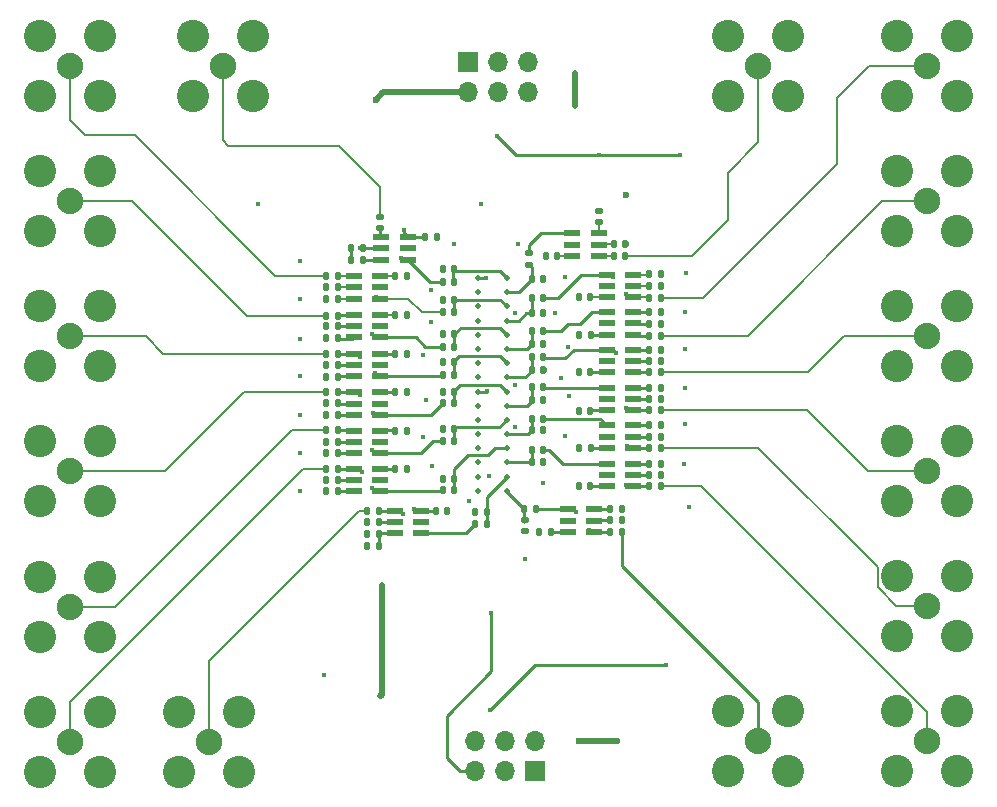
<source format=gbr>
%TF.GenerationSoftware,KiCad,Pcbnew,(6.0.1)*%
%TF.CreationDate,2022-02-22T23:19:08-05:00*%
%TF.ProjectId,sipm-linear-s14160,7369706d-2d6c-4696-9e65-61722d733134,rev?*%
%TF.SameCoordinates,Original*%
%TF.FileFunction,Copper,L1,Top*%
%TF.FilePolarity,Positive*%
%FSLAX46Y46*%
G04 Gerber Fmt 4.6, Leading zero omitted, Abs format (unit mm)*
G04 Created by KiCad (PCBNEW (6.0.1)) date 2022-02-22 23:19:08*
%MOMM*%
%LPD*%
G01*
G04 APERTURE LIST*
G04 Aperture macros list*
%AMRoundRect*
0 Rectangle with rounded corners*
0 $1 Rounding radius*
0 $2 $3 $4 $5 $6 $7 $8 $9 X,Y pos of 4 corners*
0 Add a 4 corners polygon primitive as box body*
4,1,4,$2,$3,$4,$5,$6,$7,$8,$9,$2,$3,0*
0 Add four circle primitives for the rounded corners*
1,1,$1+$1,$2,$3*
1,1,$1+$1,$4,$5*
1,1,$1+$1,$6,$7*
1,1,$1+$1,$8,$9*
0 Add four rect primitives between the rounded corners*
20,1,$1+$1,$2,$3,$4,$5,0*
20,1,$1+$1,$4,$5,$6,$7,0*
20,1,$1+$1,$6,$7,$8,$9,0*
20,1,$1+$1,$8,$9,$2,$3,0*%
G04 Aperture macros list end*
%TA.AperFunction,SMDPad,CuDef*%
%ADD10RoundRect,0.147500X-0.147500X-0.172500X0.147500X-0.172500X0.147500X0.172500X-0.147500X0.172500X0*%
%TD*%
%TA.AperFunction,SMDPad,CuDef*%
%ADD11RoundRect,0.147500X0.147500X0.172500X-0.147500X0.172500X-0.147500X-0.172500X0.147500X-0.172500X0*%
%TD*%
%TA.AperFunction,ComponentPad*%
%ADD12C,2.240000*%
%TD*%
%TA.AperFunction,ComponentPad*%
%ADD13C,2.740000*%
%TD*%
%TA.AperFunction,SMDPad,CuDef*%
%ADD14R,1.473200X0.558800*%
%TD*%
%TA.AperFunction,SMDPad,CuDef*%
%ADD15RoundRect,0.147500X0.172500X-0.147500X0.172500X0.147500X-0.172500X0.147500X-0.172500X-0.147500X0*%
%TD*%
%TA.AperFunction,SMDPad,CuDef*%
%ADD16C,0.500000*%
%TD*%
%TA.AperFunction,ComponentPad*%
%ADD17R,1.700000X1.700000*%
%TD*%
%TA.AperFunction,ComponentPad*%
%ADD18O,1.700000X1.700000*%
%TD*%
%TA.AperFunction,ViaPad*%
%ADD19C,0.450000*%
%TD*%
%TA.AperFunction,ViaPad*%
%ADD20C,0.600000*%
%TD*%
%TA.AperFunction,Conductor*%
%ADD21C,0.250000*%
%TD*%
%TA.AperFunction,Conductor*%
%ADD22C,0.200000*%
%TD*%
%TA.AperFunction,Conductor*%
%ADD23C,0.500000*%
%TD*%
%TA.AperFunction,Conductor*%
%ADD24C,0.150000*%
%TD*%
G04 APERTURE END LIST*
D10*
%TO.P,R35,1*%
%TO.N,/SipmPair3/IN2*%
X186915000Y-99100000D03*
%TO.P,R35,2*%
%TO.N,Net-(R35-Pad2)*%
X187885000Y-99100000D03*
%TD*%
D11*
%TO.P,R56,1*%
%TO.N,Net-(R54-Pad2)*%
X170485000Y-102090002D03*
%TO.P,R56,2*%
%TO.N,Net-(J9-Pad1)*%
X169515000Y-102090002D03*
%TD*%
%TO.P,R100,1*%
%TO.N,Net-(R100-Pad1)*%
X170485000Y-108550000D03*
%TO.P,R100,2*%
%TO.N,Net-(J15-Pad1)*%
X169515000Y-108550000D03*
%TD*%
%TO.P,R2,1*%
%TO.N,Net-(L1-Pad1)*%
X187885000Y-95400000D03*
%TO.P,R2,2*%
%TO.N,/SipmPair1/IN2*%
X186915000Y-95400000D03*
%TD*%
D10*
%TO.P,R90,1*%
%TO.N,Net-(L14-Pad1)*%
X179390000Y-109425000D03*
%TO.P,R90,2*%
%TO.N,/SipmPair6/IN1*%
X180360000Y-109425000D03*
%TD*%
%TO.P,C34,1*%
%TO.N,/VSSA2*%
X196877400Y-102630000D03*
%TO.P,C34,2*%
%TO.N,GND*%
X197847400Y-102630000D03*
%TD*%
D12*
%TO.P,J13,1,In*%
%TO.N,Net-(J13-Pad1)*%
X160740000Y-74470000D03*
D13*
%TO.P,J13,2,Ext*%
%TO.N,GND*%
X163280000Y-71930000D03*
X158200000Y-77010000D03*
X158200000Y-71930000D03*
X163280000Y-77010000D03*
%TD*%
D14*
%TO.P,U4,1*%
%TO.N,Net-(R29-Pad2)*%
X195480000Y-97200001D03*
%TO.P,U4,2,V-*%
%TO.N,VSSA*%
X195480000Y-96250000D03*
%TO.P,U4,3,+*%
%TO.N,Net-(C19-Pad1)*%
X195480000Y-95299999D03*
%TO.P,U4,4,-*%
%TO.N,Net-(R23-Pad2)*%
X193244800Y-95299999D03*
%TO.P,U4,5,~{DIS}*%
%TO.N,unconnected-(U4-Pad5)*%
X193244800Y-96250000D03*
%TO.P,U4,6,V+*%
%TO.N,VDDA*%
X193244800Y-97200001D03*
%TD*%
D12*
%TO.P,J6,1,In*%
%TO.N,Net-(J6-Pad1)*%
X220340000Y-97322000D03*
D13*
%TO.P,J6,2,Ext*%
%TO.N,GND*%
X217800000Y-99862000D03*
X217800000Y-94782000D03*
X222880000Y-94782000D03*
X222880000Y-99862000D03*
%TD*%
D11*
%TO.P,C36,1*%
%TO.N,Net-(C36-Pad1)*%
X170485000Y-104000000D03*
%TO.P,C36,2*%
%TO.N,GND*%
X169515000Y-104000000D03*
%TD*%
D12*
%TO.P,J8,1,In*%
%TO.N,Net-(J8-Pad1)*%
X220350000Y-108748000D03*
D13*
%TO.P,J8,2,Ext*%
%TO.N,GND*%
X217810000Y-111288000D03*
X222890000Y-111288000D03*
X217810000Y-106208000D03*
X222890000Y-106208000D03*
%TD*%
D11*
%TO.P,R77,1*%
%TO.N,Net-(L9-Pad1)*%
X187885000Y-105250000D03*
%TO.P,R77,2*%
%TO.N,/SipmPair5/IN2*%
X186915000Y-105250000D03*
%TD*%
D10*
%TO.P,R87,1*%
%TO.N,Net-(R85-Pad2)*%
X196877400Y-106790000D03*
%TO.P,R87,2*%
%TO.N,Net-(J10-Pad1)*%
X197847400Y-106790000D03*
%TD*%
D11*
%TO.P,C32,1*%
%TO.N,/VSSA2*%
X170485000Y-102990002D03*
%TO.P,C32,2*%
%TO.N,GND*%
X169515000Y-102990002D03*
%TD*%
%TO.P,R112,1*%
%TO.N,Net-(R110-Pad2)*%
X173950000Y-112100000D03*
%TO.P,R112,2*%
%TO.N,Net-(J17-Pad1)*%
X172980000Y-112100000D03*
%TD*%
%TO.P,R89,1*%
%TO.N,Net-(L13-Pad1)*%
X187885000Y-107950000D03*
%TO.P,R89,2*%
%TO.N,/SipmPair6/IN2*%
X186915000Y-107950000D03*
%TD*%
D12*
%TO.P,J9,1,In*%
%TO.N,Net-(J9-Pad1)*%
X147810000Y-108778000D03*
D13*
%TO.P,J9,2,Ext*%
%TO.N,GND*%
X145270000Y-106238000D03*
X145270000Y-111318000D03*
X150350000Y-106238000D03*
X150350000Y-111318000D03*
%TD*%
D11*
%TO.P,C7,1*%
%TO.N,Net-(C7-Pad1)*%
X170485000Y-94190002D03*
%TO.P,C7,2*%
%TO.N,GND*%
X169515000Y-94190002D03*
%TD*%
D10*
%TO.P,R111,1*%
%TO.N,Net-(R109-Pad2)*%
X193546001Y-113900000D03*
%TO.P,R111,2*%
%TO.N,Net-(J16-Pad1)*%
X194516001Y-113900000D03*
%TD*%
D11*
%TO.P,R5,1*%
%TO.N,/SipmPair1/IN1*%
X180360000Y-95300000D03*
%TO.P,R5,2*%
%TO.N,Net-(R11-Pad1)*%
X179390000Y-95300000D03*
%TD*%
D14*
%TO.P,U10,1*%
%TO.N,Net-(R85-Pad2)*%
X195480000Y-106780001D03*
%TO.P,U10,2,V-*%
%TO.N,/VSSA2*%
X195480000Y-105830000D03*
%TO.P,U10,3,+*%
%TO.N,Net-(C61-Pad1)*%
X195480000Y-104879999D03*
%TO.P,U10,4,-*%
%TO.N,Net-(R79-Pad2)*%
X193244800Y-104879999D03*
%TO.P,U10,5,~{DIS}*%
%TO.N,unconnected-(U10-Pad5)*%
X193244800Y-105830000D03*
%TO.P,U10,6,V+*%
%TO.N,/VDDA2*%
X193244800Y-106780001D03*
%TD*%
D11*
%TO.P,C20,1*%
%TO.N,Net-(C20-Pad1)*%
X170485000Y-97500000D03*
%TO.P,C20,2*%
%TO.N,GND*%
X169515000Y-97500000D03*
%TD*%
D14*
%TO.P,U3,1*%
%TO.N,Net-(R11-Pad2)*%
X171837200Y-92240001D03*
%TO.P,U3,2,V-*%
%TO.N,VSSA*%
X171837200Y-93190002D03*
%TO.P,U3,3,+*%
%TO.N,Net-(C7-Pad1)*%
X171837200Y-94140003D03*
%TO.P,U3,4,-*%
%TO.N,Net-(R11-Pad1)*%
X174072400Y-94140003D03*
%TO.P,U3,5,~{DIS}*%
%TO.N,unconnected-(U3-Pad5)*%
X174072400Y-93190002D03*
%TO.P,U3,6,V+*%
%TO.N,VDDA*%
X174072400Y-92240001D03*
%TD*%
D11*
%TO.P,C47,1*%
%TO.N,Net-(C47-Pad1)*%
X172585000Y-90840000D03*
%TO.P,C47,2*%
%TO.N,GND*%
X171615000Y-90840000D03*
%TD*%
D10*
%TO.P,C15,1*%
%TO.N,VDDA*%
X175340000Y-95500000D03*
%TO.P,C15,2*%
%TO.N,GND*%
X176310000Y-95500000D03*
%TD*%
D11*
%TO.P,R80,1*%
%TO.N,/SipmPair5/IN1*%
X180360000Y-106240000D03*
%TO.P,R80,2*%
%TO.N,Net-(R80-Pad2)*%
X179390000Y-106240000D03*
%TD*%
D15*
%TO.P,C46,1*%
%TO.N,Net-(C46-Pad1)*%
X192600000Y-87670000D03*
%TO.P,C46,2*%
%TO.N,GND*%
X192600000Y-86700000D03*
%TD*%
D11*
%TO.P,C23,1*%
%TO.N,VDDA*%
X191842400Y-100390000D03*
%TO.P,C23,2*%
%TO.N,GND*%
X190872400Y-100390000D03*
%TD*%
D10*
%TO.P,C2,1*%
%TO.N,VDDA*%
X175340000Y-92230002D03*
%TO.P,C2,2*%
%TO.N,GND*%
X176310000Y-92230002D03*
%TD*%
%TO.P,R91,1*%
%TO.N,/SipmPair6/IN2*%
X186915000Y-106925000D03*
%TO.P,R91,2*%
%TO.N,Net-(R91-Pad2)*%
X187885000Y-106925000D03*
%TD*%
D14*
%TO.P,U11,1*%
%TO.N,Net-(R86-Pad2)*%
X171837200Y-105309999D03*
%TO.P,U11,2,V-*%
%TO.N,/VSSA2*%
X171837200Y-106260000D03*
%TO.P,U11,3,+*%
%TO.N,Net-(C62-Pad1)*%
X171837200Y-107210001D03*
%TO.P,U11,4,-*%
%TO.N,Net-(R80-Pad2)*%
X174072400Y-107210001D03*
%TO.P,U11,5,~{DIS}*%
%TO.N,unconnected-(U11-Pad5)*%
X174072400Y-106260000D03*
%TO.P,U11,6,V+*%
%TO.N,/VDDA2*%
X174072400Y-105309999D03*
%TD*%
D11*
%TO.P,R13,1*%
%TO.N,Net-(R11-Pad2)*%
X170485000Y-92200000D03*
%TO.P,R13,2*%
%TO.N,Net-(J3-Pad1)*%
X169515000Y-92200000D03*
%TD*%
D10*
%TO.P,R12,1*%
%TO.N,Net-(R10-Pad2)*%
X196877400Y-94060000D03*
%TO.P,R12,2*%
%TO.N,Net-(J2-Pad1)*%
X197847400Y-94060000D03*
%TD*%
%TO.P,C6,1*%
%TO.N,Net-(C6-Pad1)*%
X196877400Y-92060000D03*
%TO.P,C6,2*%
%TO.N,GND*%
X197847400Y-92060000D03*
%TD*%
D11*
%TO.P,C78,1*%
%TO.N,Net-(C78-Pad1)*%
X173950000Y-114040000D03*
%TO.P,C78,2*%
%TO.N,GND*%
X172980000Y-114040000D03*
%TD*%
D14*
%TO.P,U14,1*%
%TO.N,Net-(R97-Pad2)*%
X195480000Y-110030001D03*
%TO.P,U14,2,V-*%
%TO.N,/VSSA2*%
X195480000Y-109080000D03*
%TO.P,U14,3,+*%
%TO.N,Net-(C69-Pad1)*%
X195480000Y-108129999D03*
%TO.P,U14,4,-*%
%TO.N,Net-(R91-Pad2)*%
X193244800Y-108129999D03*
%TO.P,U14,5,~{DIS}*%
%TO.N,unconnected-(U14-Pad5)*%
X193244800Y-109080000D03*
%TO.P,U14,6,V+*%
%TO.N,/VDDA2*%
X193244800Y-110030001D03*
%TD*%
D10*
%TO.P,R4,1*%
%TO.N,/SipmPair1/IN2*%
X186915000Y-94100000D03*
%TO.P,R4,2*%
%TO.N,Net-(R10-Pad1)*%
X187885000Y-94100000D03*
%TD*%
%TO.P,R102,1*%
%TO.N,Net-(L16-Pad1)*%
X182115000Y-112200000D03*
%TO.P,R102,2*%
%TO.N,/SipmPair7/IN1*%
X183085000Y-112200000D03*
%TD*%
D14*
%TO.P,U5,1*%
%TO.N,Net-(R30-Pad2)*%
X171837200Y-95523334D03*
%TO.P,U5,2,V-*%
%TO.N,VSSA*%
X171837200Y-96473335D03*
%TO.P,U5,3,+*%
%TO.N,Net-(C20-Pad1)*%
X171837200Y-97423336D03*
%TO.P,U5,4,-*%
%TO.N,Net-(R24-Pad2)*%
X174072400Y-97423336D03*
%TO.P,U5,5,~{DIS}*%
%TO.N,unconnected-(U5-Pad5)*%
X174072400Y-96473335D03*
%TO.P,U5,6,V+*%
%TO.N,VDDA*%
X174072400Y-95523334D03*
%TD*%
D10*
%TO.P,C18,1*%
%TO.N,VSSA*%
X196877400Y-96310000D03*
%TO.P,C18,2*%
%TO.N,GND*%
X197847400Y-96310000D03*
%TD*%
D11*
%TO.P,R88,1*%
%TO.N,Net-(R86-Pad2)*%
X170485000Y-105300000D03*
%TO.P,R88,2*%
%TO.N,Net-(J11-Pad1)*%
X169515000Y-105300000D03*
%TD*%
%TO.P,C74,1*%
%TO.N,/VSSA2*%
X173950000Y-113065000D03*
%TO.P,C74,2*%
%TO.N,GND*%
X172980000Y-113065000D03*
%TD*%
D10*
%TO.P,R72,1*%
%TO.N,Net-(R70-Pad2)*%
X193872053Y-90557053D03*
%TO.P,R72,2*%
%TO.N,Net-(J12-Pad1)*%
X194842053Y-90557053D03*
%TD*%
D12*
%TO.P,J2,1,In*%
%TO.N,Net-(J2-Pad1)*%
X220340000Y-74470000D03*
D13*
%TO.P,J2,2,Ext*%
%TO.N,GND*%
X222880000Y-77010000D03*
X222880000Y-71930000D03*
X217800000Y-71930000D03*
X217800000Y-77010000D03*
%TD*%
D14*
%TO.P,U16,1*%
%TO.N,Net-(R109-Pad2)*%
X192180001Y-113880001D03*
%TO.P,U16,2,V-*%
%TO.N,/VSSA2*%
X192180001Y-112930000D03*
%TO.P,U16,3,+*%
%TO.N,Net-(C77-Pad1)*%
X192180001Y-111979999D03*
%TO.P,U16,4,-*%
%TO.N,Net-(R103-Pad2)*%
X189944801Y-111979999D03*
%TO.P,U16,5,~{DIS}*%
%TO.N,unconnected-(U16-Pad5)*%
X189944801Y-112930000D03*
%TO.P,U16,6,V+*%
%TO.N,/VDDA2*%
X189944801Y-113880001D03*
%TD*%
D10*
%TO.P,R34,1*%
%TO.N,Net-(L6-Pad1)*%
X179390000Y-99510000D03*
%TO.P,R34,2*%
%TO.N,/SipmPair3/IN1*%
X180360000Y-99510000D03*
%TD*%
D11*
%TO.P,R44,1*%
%TO.N,Net-(R42-Pad2)*%
X170485000Y-98820002D03*
%TO.P,R44,2*%
%TO.N,Net-(J7-Pad1)*%
X169515000Y-98820002D03*
%TD*%
D10*
%TO.P,C5,1*%
%TO.N,VSSA*%
X196877400Y-93060000D03*
%TO.P,C5,2*%
%TO.N,GND*%
X197847400Y-93060000D03*
%TD*%
%TO.P,R103,1*%
%TO.N,/SipmPair7/IN2*%
X186296001Y-111936000D03*
%TO.P,R103,2*%
%TO.N,Net-(R103-Pad2)*%
X187266001Y-111936000D03*
%TD*%
D15*
%TO.P,R101,1*%
%TO.N,Net-(L15-Pad1)*%
X186331001Y-113861000D03*
%TO.P,R101,2*%
%TO.N,/SipmPair7/IN2*%
X186331001Y-112891000D03*
%TD*%
D11*
%TO.P,R33,1*%
%TO.N,Net-(L5-Pad1)*%
X187885000Y-100150000D03*
%TO.P,R33,2*%
%TO.N,/SipmPair3/IN2*%
X186915000Y-100150000D03*
%TD*%
D14*
%TO.P,U1,1*%
%TO.N,Net-(R10-Pad2)*%
X195480000Y-94010001D03*
%TO.P,U1,2,V-*%
%TO.N,VSSA*%
X195480000Y-93060000D03*
%TO.P,U1,3,+*%
%TO.N,Net-(C6-Pad1)*%
X195480000Y-92109999D03*
%TO.P,U1,4,-*%
%TO.N,Net-(R10-Pad1)*%
X193244800Y-92109999D03*
%TO.P,U1,5,~{DIS}*%
%TO.N,unconnected-(U1-Pad5)*%
X193244800Y-93060000D03*
%TO.P,U1,6,V+*%
%TO.N,VDDA*%
X193244800Y-94010001D03*
%TD*%
D10*
%TO.P,C77,1*%
%TO.N,Net-(C77-Pad1)*%
X193546001Y-111926000D03*
%TO.P,C77,2*%
%TO.N,GND*%
X194516001Y-111926000D03*
%TD*%
D11*
%TO.P,R32,1*%
%TO.N,Net-(R30-Pad2)*%
X170485000Y-95590002D03*
%TO.P,R32,2*%
%TO.N,Net-(J5-Pad1)*%
X169515000Y-95590002D03*
%TD*%
%TO.P,C44,1*%
%TO.N,VDDA*%
X189052053Y-90562053D03*
%TO.P,C44,2*%
%TO.N,GND*%
X188082053Y-90562053D03*
%TD*%
%TO.P,C58,1*%
%TO.N,/VSSA2*%
X170485000Y-106260000D03*
%TO.P,C58,2*%
%TO.N,GND*%
X169515000Y-106260000D03*
%TD*%
D12*
%TO.P,J5,1,In*%
%TO.N,Net-(J5-Pad1)*%
X147810000Y-85906000D03*
D13*
%TO.P,J5,2,Ext*%
%TO.N,GND*%
X150350000Y-88446000D03*
X150350000Y-83366000D03*
X145270000Y-83366000D03*
X145270000Y-88446000D03*
%TD*%
D11*
%TO.P,C3,1*%
%TO.N,VSSA*%
X170485000Y-93186055D03*
%TO.P,C3,2*%
%TO.N,GND*%
X169515000Y-93186055D03*
%TD*%
D10*
%TO.P,C35,1*%
%TO.N,Net-(C35-Pad1)*%
X196877400Y-101680000D03*
%TO.P,C35,2*%
%TO.N,GND*%
X197847400Y-101680000D03*
%TD*%
%TO.P,R63,1*%
%TO.N,Net-(L12-Pad1)*%
X179390000Y-91600000D03*
%TO.P,R63,2*%
%TO.N,/SipmPair/IN1*%
X180360000Y-91600000D03*
%TD*%
%TO.P,C25,1*%
%TO.N,VDDA*%
X175340000Y-98800000D03*
%TO.P,C25,2*%
%TO.N,GND*%
X176310000Y-98800000D03*
%TD*%
%TO.P,C45,1*%
%TO.N,VSSA*%
X193872053Y-89522054D03*
%TO.P,C45,2*%
%TO.N,GND*%
X194842053Y-89522054D03*
%TD*%
D11*
%TO.P,R36,1*%
%TO.N,/SipmPair3/IN1*%
X180360000Y-100610000D03*
%TO.P,R36,2*%
%TO.N,Net-(R36-Pad2)*%
X179390000Y-100610000D03*
%TD*%
D10*
%TO.P,C69,1*%
%TO.N,Net-(C69-Pad1)*%
X196877400Y-108155000D03*
%TO.P,C69,2*%
%TO.N,GND*%
X197847400Y-108155000D03*
%TD*%
D11*
%TO.P,C70,1*%
%TO.N,Net-(C70-Pad1)*%
X170485000Y-110450000D03*
%TO.P,C70,2*%
%TO.N,GND*%
X169515000Y-110450000D03*
%TD*%
D12*
%TO.P,J3,1,In*%
%TO.N,Net-(J3-Pad1)*%
X147810000Y-74470000D03*
D13*
%TO.P,J3,2,Ext*%
%TO.N,GND*%
X150350000Y-71930000D03*
X150350000Y-77010000D03*
X145270000Y-77010000D03*
X145270000Y-71930000D03*
%TD*%
D14*
%TO.P,U12,1*%
%TO.N,Net-(R70-Pad2)*%
X192574653Y-90522054D03*
%TO.P,U12,2,V-*%
%TO.N,VSSA*%
X192574653Y-89572053D03*
%TO.P,U12,3,+*%
%TO.N,Net-(C46-Pad1)*%
X192574653Y-88622052D03*
%TO.P,U12,4,-*%
%TO.N,Net-(R64-Pad2)*%
X190339453Y-88622052D03*
%TO.P,U12,5,~{DIS}*%
%TO.N,unconnected-(U12-Pad5)*%
X190339453Y-89572053D03*
%TO.P,U12,6,V+*%
%TO.N,VDDA*%
X190339453Y-90522054D03*
%TD*%
D10*
%TO.P,C60,1*%
%TO.N,/VSSA2*%
X196877400Y-105820000D03*
%TO.P,C60,2*%
%TO.N,GND*%
X197847400Y-105820000D03*
%TD*%
D11*
%TO.P,R104,1*%
%TO.N,/SipmPair7/IN1*%
X183085000Y-113200000D03*
%TO.P,R104,2*%
%TO.N,Net-(R104-Pad2)*%
X182115000Y-113200000D03*
%TD*%
%TO.P,C16,1*%
%TO.N,VSSA*%
X170485000Y-96500000D03*
%TO.P,C16,2*%
%TO.N,GND*%
X169515000Y-96500000D03*
%TD*%
%TO.P,R92,1*%
%TO.N,/SipmPair6/IN1*%
X180360000Y-110375000D03*
%TO.P,R92,2*%
%TO.N,Net-(R92-Pad2)*%
X179390000Y-110375000D03*
%TD*%
%TO.P,C65,1*%
%TO.N,/VDDA2*%
X191847400Y-110030000D03*
%TO.P,C65,2*%
%TO.N,GND*%
X190877400Y-110030000D03*
%TD*%
D14*
%TO.P,U17,1*%
%TO.N,Net-(R110-Pad2)*%
X175297400Y-112099999D03*
%TO.P,U17,2,V-*%
%TO.N,/VSSA2*%
X175297400Y-113050000D03*
%TO.P,U17,3,+*%
%TO.N,Net-(C78-Pad1)*%
X175297400Y-114000001D03*
%TO.P,U17,4,-*%
%TO.N,Net-(R104-Pad2)*%
X177532600Y-114000001D03*
%TO.P,U17,5,~{DIS}*%
%TO.N,unconnected-(U17-Pad5)*%
X177532600Y-113050000D03*
%TO.P,U17,6,V+*%
%TO.N,/VDDA2*%
X177532600Y-112099999D03*
%TD*%
D10*
%TO.P,R47,1*%
%TO.N,/SipmPair4/IN2*%
X186915000Y-101600000D03*
%TO.P,R47,2*%
%TO.N,Net-(R47-Pad2)*%
X187885000Y-101600000D03*
%TD*%
D14*
%TO.P,U13,1*%
%TO.N,Net-(R71-Pad2)*%
X174182400Y-88939999D03*
%TO.P,U13,2,V-*%
%TO.N,VSSA*%
X174182400Y-89890000D03*
%TO.P,U13,3,+*%
%TO.N,Net-(C47-Pad1)*%
X174182400Y-90840001D03*
%TO.P,U13,4,-*%
%TO.N,Net-(R65-Pad2)*%
X176417600Y-90840001D03*
%TO.P,U13,5,~{DIS}*%
%TO.N,unconnected-(U13-Pad5)*%
X176417600Y-89890000D03*
%TO.P,U13,6,V+*%
%TO.N,VDDA*%
X176417600Y-88939999D03*
%TD*%
D11*
%TO.P,C17,1*%
%TO.N,VDDA*%
X191892400Y-97230000D03*
%TO.P,C17,2*%
%TO.N,GND*%
X190922400Y-97230000D03*
%TD*%
D12*
%TO.P,J10,1,In*%
%TO.N,Net-(J10-Pad1)*%
X220370000Y-120174000D03*
D13*
%TO.P,J10,2,Ext*%
%TO.N,GND*%
X217830000Y-117634000D03*
X222910000Y-117634000D03*
X217830000Y-122714000D03*
X222910000Y-122714000D03*
%TD*%
D10*
%TO.P,C73,1*%
%TO.N,/VDDA2*%
X178787000Y-112090000D03*
%TO.P,C73,2*%
%TO.N,GND*%
X179757000Y-112090000D03*
%TD*%
%TO.P,R78,1*%
%TO.N,Net-(L10-Pad1)*%
X179390000Y-105210000D03*
%TO.P,R78,2*%
%TO.N,/SipmPair5/IN1*%
X180360000Y-105210000D03*
%TD*%
%TO.P,C19,1*%
%TO.N,Net-(C19-Pad1)*%
X196877400Y-95310000D03*
%TO.P,C19,2*%
%TO.N,GND*%
X197847400Y-95310000D03*
%TD*%
D12*
%TO.P,J4,1,In*%
%TO.N,Net-(J4-Pad1)*%
X220340000Y-85896000D03*
D13*
%TO.P,J4,2,Ext*%
%TO.N,GND*%
X217800000Y-83356000D03*
X222880000Y-83356000D03*
X222880000Y-88436000D03*
X217800000Y-88436000D03*
%TD*%
D11*
%TO.P,R62,1*%
%TO.N,Net-(L11-Pad1)*%
X187885000Y-92500000D03*
%TO.P,R62,2*%
%TO.N,/SipmPair/IN2*%
X186915000Y-92500000D03*
%TD*%
%TO.P,C26,1*%
%TO.N,VSSA*%
X170485000Y-99800000D03*
%TO.P,C26,2*%
%TO.N,GND*%
X169515000Y-99800000D03*
%TD*%
D14*
%TO.P,U8,1*%
%TO.N,Net-(R53-Pad2)*%
X195480000Y-103580001D03*
%TO.P,U8,2,V-*%
%TO.N,/VSSA2*%
X195480000Y-102630000D03*
%TO.P,U8,3,+*%
%TO.N,Net-(C35-Pad1)*%
X195480000Y-101679999D03*
%TO.P,U8,4,-*%
%TO.N,Net-(R47-Pad2)*%
X193244800Y-101679999D03*
%TO.P,U8,5,~{DIS}*%
%TO.N,unconnected-(U8-Pad5)*%
X193244800Y-102630000D03*
%TO.P,U8,6,V+*%
%TO.N,/VDDA2*%
X193244800Y-103580001D03*
%TD*%
D10*
%TO.P,C66,1*%
%TO.N,/VSSA2*%
X196877400Y-109080000D03*
%TO.P,C66,2*%
%TO.N,GND*%
X197847400Y-109080000D03*
%TD*%
D16*
%TO.P,U2,1,1K*%
%TO.N,Net-(C1-Pad1)*%
X182390000Y-92410000D03*
%TO.P,U2,2,1A*%
%TO.N,/SipmPair/IN1*%
X184790000Y-92410000D03*
%TO.P,U2,3,2K*%
%TO.N,unconnected-(U2-Pad3)*%
X182390000Y-93610000D03*
%TO.P,U2,4,2A*%
%TO.N,/SipmPair/IN2*%
X184790000Y-93610000D03*
%TO.P,U2,5,3K*%
%TO.N,unconnected-(U2-Pad5)*%
X182390000Y-94810000D03*
%TO.P,U2,6,3A*%
%TO.N,/SipmPair1/IN1*%
X184790000Y-94810000D03*
%TO.P,U2,7,4K*%
%TO.N,unconnected-(U2-Pad7)*%
X182390000Y-96010000D03*
%TO.P,U2,8,4A*%
%TO.N,/SipmPair1/IN2*%
X184790000Y-96010000D03*
%TO.P,U2,9,5K*%
%TO.N,unconnected-(U2-Pad9)*%
X182390000Y-97210000D03*
%TO.P,U2,10,5A*%
%TO.N,/SipmPair2/IN1*%
X184790000Y-97210000D03*
%TO.P,U2,11,6K*%
%TO.N,unconnected-(U2-Pad11)*%
X182390000Y-98410000D03*
%TO.P,U2,12,6A*%
%TO.N,/SipmPair2/IN2*%
X184790000Y-98410000D03*
%TO.P,U2,13,7K*%
%TO.N,unconnected-(U2-Pad13)*%
X182390000Y-99610000D03*
%TO.P,U2,14,7A*%
%TO.N,/SipmPair3/IN1*%
X184790000Y-99610000D03*
%TO.P,U2,15,8K*%
%TO.N,unconnected-(U2-Pad15)*%
X182390000Y-100810000D03*
%TO.P,U2,16,8A*%
%TO.N,/SipmPair3/IN2*%
X184790000Y-100810000D03*
%TO.P,U2,17,9K*%
%TO.N,Net-(C14-Pad1)*%
X182390000Y-102010000D03*
%TO.P,U2,18,9A*%
%TO.N,/SipmPair4/IN1*%
X184790000Y-102010000D03*
%TO.P,U2,19,10K*%
%TO.N,unconnected-(U2-Pad19)*%
X182390000Y-103210000D03*
%TO.P,U2,20,10A*%
%TO.N,/SipmPair4/IN2*%
X184790000Y-103210000D03*
%TO.P,U2,21,11K*%
%TO.N,unconnected-(U2-Pad21)*%
X182390000Y-104410000D03*
%TO.P,U2,22,11A*%
%TO.N,/SipmPair5/IN1*%
X184790000Y-104410000D03*
%TO.P,U2,23,12K*%
%TO.N,unconnected-(U2-Pad23)*%
X182390000Y-105610000D03*
%TO.P,U2,24,12A*%
%TO.N,/SipmPair5/IN2*%
X184790000Y-105610000D03*
%TO.P,U2,25,13K*%
%TO.N,unconnected-(U2-Pad25)*%
X182390000Y-106810000D03*
%TO.P,U2,26,13A*%
%TO.N,/SipmPair6/IN1*%
X184790000Y-106810000D03*
%TO.P,U2,27,14K*%
%TO.N,unconnected-(U2-Pad27)*%
X182390000Y-108010000D03*
%TO.P,U2,28,14A*%
%TO.N,/SipmPair6/IN2*%
X184790000Y-108010000D03*
%TO.P,U2,29,15K*%
%TO.N,unconnected-(U2-Pad29)*%
X182390000Y-109210000D03*
%TO.P,U2,30,15A*%
%TO.N,/SipmPair7/IN1*%
X184790000Y-109210000D03*
%TO.P,U2,31,16K*%
%TO.N,unconnected-(U2-Pad31)*%
X182390000Y-110410000D03*
%TO.P,U2,32,16A*%
%TO.N,/SipmPair7/IN2*%
X184790000Y-110410000D03*
%TD*%
D10*
%TO.P,R23,1*%
%TO.N,/SipmPair2/IN2*%
X186915000Y-96900000D03*
%TO.P,R23,2*%
%TO.N,Net-(R23-Pad2)*%
X187885000Y-96900000D03*
%TD*%
D12*
%TO.P,J16,1,In*%
%TO.N,Net-(J16-Pad1)*%
X206100000Y-131600000D03*
D13*
%TO.P,J16,2,Ext*%
%TO.N,GND*%
X203560000Y-129060000D03*
X208640000Y-129060000D03*
X208640000Y-134140000D03*
X203560000Y-134140000D03*
%TD*%
D10*
%TO.P,C57,1*%
%TO.N,/VDDA2*%
X175340000Y-105310000D03*
%TO.P,C57,2*%
%TO.N,GND*%
X176310000Y-105310000D03*
%TD*%
D14*
%TO.P,U9,1*%
%TO.N,Net-(R54-Pad2)*%
X171837200Y-102090000D03*
%TO.P,U9,2,V-*%
%TO.N,/VSSA2*%
X171837200Y-103040001D03*
%TO.P,U9,3,+*%
%TO.N,Net-(C36-Pad1)*%
X171837200Y-103990002D03*
%TO.P,U9,4,-*%
%TO.N,Net-(R48-Pad2)*%
X174072400Y-103990002D03*
%TO.P,U9,5,~{DIS}*%
%TO.N,unconnected-(U9-Pad5)*%
X174072400Y-103040001D03*
%TO.P,U9,6,V+*%
%TO.N,/VDDA2*%
X174072400Y-102090000D03*
%TD*%
D10*
%TO.P,C27,1*%
%TO.N,Net-(C27-Pad1)*%
X196877400Y-98490000D03*
%TO.P,C27,2*%
%TO.N,GND*%
X197847400Y-98490000D03*
%TD*%
D12*
%TO.P,J11,1,In*%
%TO.N,Net-(J11-Pad1)*%
X147810000Y-120214000D03*
D13*
%TO.P,J11,2,Ext*%
%TO.N,GND*%
X145270000Y-117674000D03*
X150350000Y-117674000D03*
X145270000Y-122754000D03*
X150350000Y-122754000D03*
%TD*%
D12*
%TO.P,J14,1,In*%
%TO.N,Net-(J14-Pad1)*%
X220370000Y-131600000D03*
D13*
%TO.P,J14,2,Ext*%
%TO.N,GND*%
X222910000Y-129060000D03*
X222910000Y-134140000D03*
X217830000Y-129060000D03*
X217830000Y-134140000D03*
%TD*%
D10*
%TO.P,C24,1*%
%TO.N,VSSA*%
X196877400Y-99430000D03*
%TO.P,C24,2*%
%TO.N,GND*%
X197847400Y-99430000D03*
%TD*%
%TO.P,R108,1*%
%TO.N,GND*%
X172980000Y-115090000D03*
%TO.P,R108,2*%
%TO.N,Net-(C78-Pad1)*%
X173950000Y-115090000D03*
%TD*%
D12*
%TO.P,J17,1,In*%
%TO.N,Net-(J17-Pad1)*%
X159550000Y-131650000D03*
D13*
%TO.P,J17,2,Ext*%
%TO.N,GND*%
X157010000Y-134190000D03*
X162090000Y-134190000D03*
X157010000Y-129110000D03*
X162090000Y-129110000D03*
%TD*%
D10*
%TO.P,C61,1*%
%TO.N,Net-(C61-Pad1)*%
X196877400Y-104880000D03*
%TO.P,C61,2*%
%TO.N,GND*%
X197847400Y-104880000D03*
%TD*%
%TO.P,C31,1*%
%TO.N,/VDDA2*%
X175340000Y-102090002D03*
%TO.P,C31,2*%
%TO.N,GND*%
X176310000Y-102090002D03*
%TD*%
D15*
%TO.P,R64,1*%
%TO.N,/SipmPair/IN2*%
X186700000Y-91285000D03*
%TO.P,R64,2*%
%TO.N,Net-(R64-Pad2)*%
X186700000Y-90315000D03*
%TD*%
D11*
%TO.P,R48,1*%
%TO.N,/SipmPair4/IN1*%
X180360000Y-103010000D03*
%TO.P,R48,2*%
%TO.N,Net-(R48-Pad2)*%
X179390000Y-103010000D03*
%TD*%
D10*
%TO.P,C76,1*%
%TO.N,/VSSA2*%
X193546001Y-112900000D03*
%TO.P,C76,2*%
%TO.N,GND*%
X194516001Y-112900000D03*
%TD*%
%TO.P,C42,1*%
%TO.N,VDDA*%
X177915000Y-88940000D03*
%TO.P,C42,2*%
%TO.N,GND*%
X178885000Y-88940000D03*
%TD*%
D12*
%TO.P,J12,1,In*%
%TO.N,Net-(J12-Pad1)*%
X206100000Y-74420000D03*
D13*
%TO.P,J12,2,Ext*%
%TO.N,GND*%
X203560000Y-76960000D03*
X203560000Y-71880000D03*
X208640000Y-76960000D03*
X208640000Y-71880000D03*
%TD*%
D11*
%TO.P,C28,1*%
%TO.N,Net-(C28-Pad1)*%
X170485000Y-100740002D03*
%TO.P,C28,2*%
%TO.N,GND*%
X169515000Y-100740002D03*
%TD*%
D10*
%TO.P,R55,1*%
%TO.N,Net-(R53-Pad2)*%
X196877400Y-103580000D03*
%TO.P,R55,2*%
%TO.N,Net-(J8-Pad1)*%
X197847400Y-103580000D03*
%TD*%
%TO.P,R43,1*%
%TO.N,Net-(R41-Pad2)*%
X196877400Y-100390000D03*
%TO.P,R43,2*%
%TO.N,Net-(J6-Pad1)*%
X197847400Y-100390000D03*
%TD*%
D12*
%TO.P,J15,1,In*%
%TO.N,Net-(J15-Pad1)*%
X147810000Y-131650000D03*
D13*
%TO.P,J15,2,Ext*%
%TO.N,GND*%
X150350000Y-134190000D03*
X145270000Y-129110000D03*
X145270000Y-134190000D03*
X150350000Y-129110000D03*
%TD*%
D11*
%TO.P,C43,1*%
%TO.N,VSSA*%
X172585000Y-89840000D03*
%TO.P,C43,2*%
%TO.N,GND*%
X171615000Y-89840000D03*
%TD*%
D15*
%TO.P,R73,1*%
%TO.N,Net-(R71-Pad2)*%
X174100000Y-88185000D03*
%TO.P,R73,2*%
%TO.N,Net-(J13-Pad1)*%
X174100000Y-87215000D03*
%TD*%
D11*
%TO.P,C4,1*%
%TO.N,VDDA*%
X191872400Y-94030000D03*
%TO.P,C4,2*%
%TO.N,GND*%
X190902400Y-94030000D03*
%TD*%
%TO.P,R45,1*%
%TO.N,Net-(L7-Pad1)*%
X187885000Y-102700000D03*
%TO.P,R45,2*%
%TO.N,/SipmPair4/IN2*%
X186915000Y-102700000D03*
%TD*%
D10*
%TO.P,R79,1*%
%TO.N,/SipmPair5/IN2*%
X186915000Y-104300000D03*
%TO.P,R79,2*%
%TO.N,Net-(R79-Pad2)*%
X187885000Y-104300000D03*
%TD*%
D11*
%TO.P,C68,1*%
%TO.N,/VSSA2*%
X170485000Y-109500000D03*
%TO.P,C68,2*%
%TO.N,GND*%
X169515000Y-109500000D03*
%TD*%
D10*
%TO.P,R22,1*%
%TO.N,Net-(L4-Pad1)*%
X179390000Y-97160000D03*
%TO.P,R22,2*%
%TO.N,/SipmPair2/IN1*%
X180360000Y-97160000D03*
%TD*%
D14*
%TO.P,U7,1*%
%TO.N,Net-(R42-Pad2)*%
X171837200Y-98806667D03*
%TO.P,U7,2,V-*%
%TO.N,VSSA*%
X171837200Y-99756668D03*
%TO.P,U7,3,+*%
%TO.N,Net-(C28-Pad1)*%
X171837200Y-100706669D03*
%TO.P,U7,4,-*%
%TO.N,Net-(R36-Pad2)*%
X174072400Y-100706669D03*
%TO.P,U7,5,~{DIS}*%
%TO.N,unconnected-(U7-Pad5)*%
X174072400Y-99756668D03*
%TO.P,U7,6,V+*%
%TO.N,VDDA*%
X174072400Y-98806667D03*
%TD*%
%TO.P,U15,1*%
%TO.N,Net-(R100-Pad1)*%
X171837200Y-108549999D03*
%TO.P,U15,2,V-*%
%TO.N,/VSSA2*%
X171837200Y-109500000D03*
%TO.P,U15,3,+*%
%TO.N,Net-(C70-Pad1)*%
X171837200Y-110450001D03*
%TO.P,U15,4,-*%
%TO.N,Net-(R92-Pad2)*%
X174072400Y-110450001D03*
%TO.P,U15,5,~{DIS}*%
%TO.N,unconnected-(U15-Pad5)*%
X174072400Y-109500000D03*
%TO.P,U15,6,V+*%
%TO.N,/VDDA2*%
X174072400Y-108549999D03*
%TD*%
D11*
%TO.P,R65,1*%
%TO.N,/SipmPair/IN1*%
X180360000Y-92700000D03*
%TO.P,R65,2*%
%TO.N,Net-(R65-Pad2)*%
X179390000Y-92700000D03*
%TD*%
D10*
%TO.P,R3,1*%
%TO.N,Net-(L2-Pad1)*%
X179390000Y-94300000D03*
%TO.P,R3,2*%
%TO.N,/SipmPair1/IN1*%
X180360000Y-94300000D03*
%TD*%
D12*
%TO.P,J7,1,In*%
%TO.N,Net-(J7-Pad1)*%
X147810000Y-97342000D03*
D13*
%TO.P,J7,2,Ext*%
%TO.N,GND*%
X150350000Y-99882000D03*
X150350000Y-94802000D03*
X145270000Y-94802000D03*
X145270000Y-99882000D03*
%TD*%
D11*
%TO.P,C62,1*%
%TO.N,Net-(C62-Pad1)*%
X170485000Y-107210000D03*
%TO.P,C62,2*%
%TO.N,GND*%
X169515000Y-107210000D03*
%TD*%
D14*
%TO.P,U6,1*%
%TO.N,Net-(R41-Pad2)*%
X195480000Y-100390001D03*
%TO.P,U6,2,V-*%
%TO.N,VSSA*%
X195480000Y-99440000D03*
%TO.P,U6,3,+*%
%TO.N,Net-(C27-Pad1)*%
X195480000Y-98489999D03*
%TO.P,U6,4,-*%
%TO.N,Net-(R35-Pad2)*%
X193244800Y-98489999D03*
%TO.P,U6,5,~{DIS}*%
%TO.N,unconnected-(U6-Pad5)*%
X193244800Y-99440000D03*
%TO.P,U6,6,V+*%
%TO.N,VDDA*%
X193244800Y-100390001D03*
%TD*%
D11*
%TO.P,C75,1*%
%TO.N,/VDDA2*%
X188516001Y-113876000D03*
%TO.P,C75,2*%
%TO.N,GND*%
X187546001Y-113876000D03*
%TD*%
D10*
%TO.P,C67,1*%
%TO.N,/VDDA2*%
X175340000Y-108550000D03*
%TO.P,C67,2*%
%TO.N,GND*%
X176310000Y-108550000D03*
%TD*%
D11*
%TO.P,R21,1*%
%TO.N,Net-(L3-Pad1)*%
X187885000Y-98000000D03*
%TO.P,R21,2*%
%TO.N,/SipmPair2/IN2*%
X186915000Y-98000000D03*
%TD*%
%TO.P,R24,1*%
%TO.N,/SipmPair2/IN1*%
X180360000Y-98260000D03*
%TO.P,R24,2*%
%TO.N,Net-(R24-Pad2)*%
X179390000Y-98260000D03*
%TD*%
D10*
%TO.P,R46,1*%
%TO.N,Net-(L8-Pad1)*%
X179390000Y-102010000D03*
%TO.P,R46,2*%
%TO.N,/SipmPair4/IN1*%
X180360000Y-102010000D03*
%TD*%
D11*
%TO.P,C59,1*%
%TO.N,/VDDA2*%
X191892400Y-106780000D03*
%TO.P,C59,2*%
%TO.N,GND*%
X190922400Y-106780000D03*
%TD*%
D10*
%TO.P,R31,1*%
%TO.N,Net-(R29-Pad2)*%
X196877400Y-97310000D03*
%TO.P,R31,2*%
%TO.N,Net-(J4-Pad1)*%
X197847400Y-97310000D03*
%TD*%
%TO.P,R99,1*%
%TO.N,Net-(R97-Pad2)*%
X196877400Y-110030000D03*
%TO.P,R99,2*%
%TO.N,Net-(J14-Pad1)*%
X197847400Y-110030000D03*
%TD*%
D11*
%TO.P,C33,1*%
%TO.N,/VDDA2*%
X191872400Y-103630000D03*
%TO.P,C33,2*%
%TO.N,GND*%
X190902400Y-103630000D03*
%TD*%
D17*
%TO.P,J18,1,Pin_1*%
%TO.N,unconnected-(J18-Pad1)*%
X187200000Y-134100000D03*
D18*
%TO.P,J18,2,Pin_2*%
%TO.N,/VSSA2*%
X187200000Y-131560000D03*
%TO.P,J18,3,Pin_3*%
%TO.N,/VDDA2*%
X184660000Y-134100000D03*
%TO.P,J18,4,Pin_4*%
%TO.N,/LINE2*%
X184660000Y-131560000D03*
%TO.P,J18,5,Pin_5*%
%TO.N,/VBias2*%
X182120000Y-134100000D03*
%TO.P,J18,6,Pin_6*%
%TO.N,GND*%
X182120000Y-131560000D03*
%TD*%
D17*
%TO.P,J1,1,Pin_1*%
%TO.N,unconnected-(J1-Pad1)*%
X181475000Y-74125000D03*
D18*
%TO.P,J1,2,Pin_2*%
%TO.N,VSSA*%
X181475000Y-76665000D03*
%TO.P,J1,3,Pin_3*%
%TO.N,VDDA*%
X184015000Y-74125000D03*
%TO.P,J1,4,Pin_4*%
%TO.N,LINE*%
X184015000Y-76665000D03*
%TO.P,J1,5,Pin_5*%
%TO.N,/VBias*%
X186555000Y-74125000D03*
%TO.P,J1,6,Pin_6*%
%TO.N,GND*%
X186555000Y-76665000D03*
%TD*%
D19*
%TO.N,GND*%
X190937400Y-97255000D03*
X176300000Y-102000000D03*
X192600000Y-86700000D03*
X178400000Y-93400000D03*
X197800000Y-92030000D03*
X172990000Y-114040000D03*
X185530000Y-105004000D03*
X178450000Y-108350000D03*
X190860000Y-110080000D03*
X169500000Y-100700000D03*
X169500000Y-97600000D03*
X190897400Y-103630000D03*
X177700000Y-105850000D03*
X194500000Y-112900000D03*
X169500000Y-109500000D03*
X186331001Y-116176000D03*
X197837400Y-102680000D03*
X181600000Y-111250000D03*
X185784000Y-89510000D03*
X189420000Y-100880000D03*
X185530000Y-95352000D03*
X180300000Y-89500000D03*
X169500000Y-107200000D03*
X197887400Y-101755000D03*
X169400000Y-106300000D03*
X187850000Y-109730000D03*
X189940000Y-98230000D03*
X172940000Y-113090000D03*
X178885000Y-88940000D03*
X178400000Y-96100000D03*
X197787400Y-95330000D03*
X190050000Y-102420000D03*
X185530000Y-101448000D03*
X169500000Y-104000000D03*
X176300000Y-92200000D03*
X189700000Y-92300000D03*
X187531001Y-113876000D03*
X169400000Y-103000000D03*
X171615000Y-90785000D03*
X179740000Y-112090000D03*
X188900000Y-95400000D03*
X176400000Y-95500000D03*
X197887400Y-105780000D03*
X197862400Y-98530000D03*
X176300000Y-108500000D03*
X188157053Y-90557053D03*
X197862400Y-109080000D03*
X176400000Y-105300000D03*
X171600000Y-89800000D03*
X197837400Y-99430000D03*
X190887400Y-94030000D03*
X189750000Y-105790000D03*
X177700000Y-98950000D03*
X190940000Y-106770000D03*
X197887400Y-96330000D03*
X169500000Y-93200000D03*
X176400000Y-98800000D03*
X177950000Y-102750000D03*
X169500000Y-94200000D03*
X169500000Y-110450000D03*
X194500000Y-111900000D03*
X197887400Y-93100000D03*
X169400000Y-99800000D03*
X190890000Y-100400000D03*
X197812400Y-108180000D03*
X197837400Y-104830000D03*
X169400000Y-96500000D03*
X194957053Y-89557053D03*
X172990000Y-115090000D03*
%TO.N,Net-(C7-Pad1)*%
X170500000Y-94165002D03*
%TO.N,VDDA*%
X191887400Y-94030000D03*
X175400000Y-98800000D03*
X191892400Y-97230000D03*
X175250000Y-92250000D03*
X175400000Y-95500000D03*
X190600000Y-75050000D03*
X190600000Y-77800000D03*
X191842400Y-100390000D03*
X189800000Y-90557053D03*
X176100000Y-88300000D03*
%TO.N,VSSA*%
X196887400Y-96330000D03*
X196887400Y-93030000D03*
X196887400Y-99405000D03*
X170400000Y-99800000D03*
X193872053Y-89522054D03*
D20*
X173700000Y-77300000D03*
D19*
X172350000Y-89840000D03*
D20*
X194900000Y-85400000D03*
D19*
X170400000Y-96500000D03*
X170500000Y-93200000D03*
%TO.N,Net-(L1-Pad1)*%
X187870000Y-95400000D03*
%TO.N,Net-(C6-Pad1)*%
X196802400Y-92060000D03*
%TO.N,Net-(L2-Pad1)*%
X179400000Y-94300000D03*
%TO.N,/VBias*%
X182600000Y-86150000D03*
%TO.N,LINE*%
X199900000Y-98400000D03*
X167300000Y-100700000D03*
X167300000Y-97600000D03*
X200000000Y-92000000D03*
X163700000Y-86100000D03*
X167300000Y-94200000D03*
X184000000Y-80400000D03*
X192600000Y-82000000D03*
X199500000Y-82000000D03*
X167300000Y-91000000D03*
X199900000Y-95300000D03*
%TO.N,Net-(C46-Pad1)*%
X192600000Y-87700000D03*
%TO.N,Net-(C47-Pad1)*%
X172572500Y-90927500D03*
%TO.N,Net-(L11-Pad1)*%
X187920000Y-92540000D03*
%TO.N,Net-(L12-Pad1)*%
X179400000Y-91600000D03*
%TO.N,Net-(C1-Pad1)*%
X183000000Y-92400000D03*
%TO.N,Net-(C19-Pad1)*%
X196877400Y-95310000D03*
%TO.N,Net-(C20-Pad1)*%
X170500000Y-97600000D03*
%TO.N,Net-(L3-Pad1)*%
X187900000Y-98000000D03*
%TO.N,Net-(L4-Pad1)*%
X179400000Y-97200000D03*
%TO.N,Net-(C27-Pad1)*%
X196877400Y-98490000D03*
%TO.N,Net-(C28-Pad1)*%
X170485000Y-100740002D03*
%TO.N,Net-(L5-Pad1)*%
X188030000Y-100170000D03*
%TO.N,Net-(L6-Pad1)*%
X179350000Y-99500000D03*
%TO.N,Net-(C14-Pad1)*%
X183100000Y-102000000D03*
%TO.N,Net-(C35-Pad1)*%
X196847400Y-101720000D03*
%TO.N,Net-(C36-Pad1)*%
X170500000Y-104000000D03*
%TO.N,Net-(L7-Pad1)*%
X187940000Y-102670000D03*
%TO.N,Net-(L8-Pad1)*%
X179400000Y-102000000D03*
%TO.N,Net-(C61-Pad1)*%
X196877400Y-104880000D03*
%TO.N,Net-(C62-Pad1)*%
X170485000Y-107210000D03*
%TO.N,Net-(L9-Pad1)*%
X187880000Y-105250000D03*
%TO.N,Net-(L10-Pad1)*%
X179400000Y-105200000D03*
%TO.N,Net-(C69-Pad1)*%
X196852399Y-108129999D03*
%TO.N,Net-(C70-Pad1)*%
X170485000Y-110450000D03*
%TO.N,Net-(L13-Pad1)*%
X187890000Y-107950000D03*
%TO.N,Net-(L14-Pad1)*%
X179400000Y-109450000D03*
%TO.N,Net-(C77-Pad1)*%
X193546001Y-111926000D03*
%TO.N,Net-(C78-Pad1)*%
X173950000Y-115090000D03*
%TO.N,Net-(L15-Pad1)*%
X186331001Y-113876000D03*
%TO.N,Net-(L16-Pad1)*%
X182100000Y-112200000D03*
%TO.N,/VBias2*%
X183500000Y-120800000D03*
X183250000Y-109150000D03*
%TO.N,/VSSA2*%
X196912400Y-109080000D03*
D20*
X190900000Y-131600000D03*
D19*
X170400000Y-103000000D03*
X170400000Y-109500000D03*
X196837400Y-105830000D03*
X193546001Y-112900000D03*
X173957500Y-113057500D03*
D20*
X194100000Y-131600000D03*
D19*
X196912400Y-102655000D03*
X170400000Y-106300000D03*
%TO.N,/VDDA2*%
X191847400Y-110030000D03*
X174100000Y-127800000D03*
X175400000Y-105300000D03*
X176900000Y-111950000D03*
X191892400Y-106780000D03*
X190431001Y-113876000D03*
X191914900Y-103587500D03*
X174200000Y-118400000D03*
X175300000Y-108500000D03*
X175400000Y-102100000D03*
%TO.N,/LINE2*%
X199900000Y-104800000D03*
X167300000Y-104000000D03*
X198300000Y-125200000D03*
X183400000Y-129000000D03*
X167300000Y-107200000D03*
X200200000Y-111800000D03*
X167300000Y-110400000D03*
X199892400Y-101700000D03*
X199805000Y-108150000D03*
X169300000Y-126000000D03*
%TO.N,Net-(R10-Pad1)*%
X193787400Y-92330000D03*
%TO.N,Net-(R11-Pad1)*%
X173700000Y-94000000D03*
%TO.N,Net-(R10-Pad2)*%
X194887400Y-93763902D03*
%TO.N,Net-(R11-Pad2)*%
X172000000Y-92300000D03*
%TO.N,Net-(R23-Pad2)*%
X193700000Y-95400000D03*
%TO.N,Net-(R24-Pad2)*%
X173400000Y-97177237D03*
%TO.N,Net-(R29-Pad2)*%
X194987400Y-97130000D03*
%TO.N,Net-(R30-Pad2)*%
X172200000Y-95600000D03*
%TO.N,Net-(R35-Pad2)*%
X194062367Y-98743891D03*
%TO.N,Net-(R36-Pad2)*%
X173600000Y-100460570D03*
%TO.N,Net-(R41-Pad2)*%
X194937400Y-100280000D03*
%TO.N,Net-(R42-Pad2)*%
X172400000Y-99052766D03*
%TO.N,Net-(R47-Pad2)*%
X193727400Y-101800000D03*
%TO.N,Net-(R48-Pad2)*%
X173500000Y-103800000D03*
%TO.N,Net-(R53-Pad2)*%
X194867400Y-103440000D03*
%TO.N,Net-(R54-Pad2)*%
X172400000Y-102336099D03*
%TO.N,Net-(R64-Pad2)*%
X190657053Y-88622052D03*
%TO.N,Net-(R65-Pad2)*%
X175800000Y-90700000D03*
%TO.N,Net-(R70-Pad2)*%
X192257053Y-90557053D03*
%TO.N,Net-(R71-Pad2)*%
X174182400Y-88939999D03*
%TO.N,Net-(R79-Pad2)*%
X193630000Y-104950000D03*
%TO.N,Net-(R80-Pad2)*%
X173350000Y-106963902D03*
%TO.N,Net-(R85-Pad2)*%
X194940000Y-106620000D03*
%TO.N,Net-(R86-Pad2)*%
X172150000Y-105350000D03*
%TO.N,Net-(R91-Pad2)*%
X193830000Y-108270000D03*
%TO.N,Net-(R92-Pad2)*%
X173350000Y-110203902D03*
%TO.N,Net-(R97-Pad2)*%
X194930000Y-109930000D03*
%TO.N,Net-(R100-Pad1)*%
X172557053Y-108796098D03*
%TO.N,Net-(R103-Pad2)*%
X190631001Y-112176000D03*
%TO.N,Net-(R104-Pad2)*%
X177040000Y-113940000D03*
%TO.N,Net-(R109-Pad2)*%
X191731001Y-113776000D03*
%TO.N,Net-(R110-Pad2)*%
X175972053Y-112346098D03*
%TD*%
D21*
%TO.N,GND*%
X171615000Y-90785000D02*
X171615000Y-89840000D01*
D22*
%TO.N,Net-(C7-Pad1)*%
X171837200Y-94140003D02*
X170434999Y-94140003D01*
D21*
%TO.N,VDDA*%
X176100000Y-88300000D02*
X176100000Y-88622399D01*
D23*
X190600000Y-75050000D02*
X190600000Y-77800000D01*
D21*
X193244800Y-100390001D02*
X191842400Y-100390000D01*
X176100000Y-88622399D02*
X176417600Y-88939999D01*
D22*
X189052053Y-90562053D02*
X190152053Y-90562053D01*
D21*
X191892400Y-97230000D02*
X193214801Y-97230000D01*
D22*
X191887400Y-94030000D02*
X193174801Y-94030000D01*
D21*
X174072400Y-98806667D02*
X175333333Y-98806667D01*
D22*
X175237400Y-92230002D02*
X174082399Y-92230002D01*
X175415000Y-95500000D02*
X174095734Y-95500000D01*
D21*
X177915000Y-88940000D02*
X176417600Y-88939999D01*
D23*
%TO.N,VSSA*%
X173700000Y-77300000D02*
X174335000Y-76665000D01*
D21*
X195480000Y-99440000D02*
X196867400Y-99440000D01*
D22*
X193872053Y-89522054D02*
X192624652Y-89522054D01*
D21*
X171837200Y-96473335D02*
X170511665Y-96473335D01*
X196887400Y-96330000D02*
X195560000Y-96330000D01*
D23*
X174335000Y-76665000D02*
X181475000Y-76665000D01*
D22*
X195430000Y-93060000D02*
X196802400Y-93060000D01*
X171837200Y-93190002D02*
X170388947Y-93190002D01*
D21*
X170485000Y-99800000D02*
X171793868Y-99800000D01*
X174182400Y-89890000D02*
X172635000Y-89890000D01*
D22*
%TO.N,Net-(C6-Pad1)*%
X195430000Y-92109999D02*
X196752401Y-92109999D01*
D21*
%TO.N,LINE*%
X184000000Y-80400000D02*
X185600000Y-82000000D01*
X185600000Y-82000000D02*
X199500000Y-82000000D01*
D22*
%TO.N,Net-(C46-Pad1)*%
X192574653Y-88622052D02*
X192574653Y-87725347D01*
D21*
%TO.N,Net-(C47-Pad1)*%
X174182400Y-90840001D02*
X172585000Y-90840000D01*
D24*
%TO.N,Net-(J2-Pad1)*%
X212737400Y-82762600D02*
X212737400Y-79320000D01*
X197772400Y-94060000D02*
X201440000Y-94060000D01*
X212740000Y-79320000D02*
X212740000Y-77160000D01*
X215430000Y-74470000D02*
X220340000Y-74470000D01*
X201440000Y-94060000D02*
X212737400Y-82762600D01*
X212740000Y-77160000D02*
X215430000Y-74470000D01*
%TO.N,Net-(J3-Pad1)*%
X169415000Y-92200000D02*
X165200000Y-92200000D01*
X153300000Y-80300000D02*
X149100000Y-80300000D01*
X149100000Y-80300000D02*
X147810000Y-79010000D01*
X147810000Y-79010000D02*
X147810000Y-74470000D01*
X165200000Y-92200000D02*
X153300000Y-80300000D01*
%TO.N,Net-(J12-Pad1)*%
X203500000Y-83500000D02*
X206100000Y-80900000D01*
X200442947Y-90557053D02*
X203500000Y-87500000D01*
X206100000Y-80900000D02*
X206100000Y-74420000D01*
X194842053Y-90557053D02*
X200442947Y-90557053D01*
X203500000Y-87500000D02*
X203500000Y-83500000D01*
%TO.N,Net-(J13-Pad1)*%
X174100000Y-84700000D02*
X170600000Y-81200000D01*
X160740000Y-80740000D02*
X160740000Y-74470000D01*
X170600000Y-81200000D02*
X161200000Y-81200000D01*
X174100000Y-87215000D02*
X174100000Y-84700000D01*
X161200000Y-81200000D02*
X160740000Y-80740000D01*
D21*
%TO.N,/SipmPair1/IN2*%
X186400000Y-95400000D02*
X186915000Y-95400000D01*
X185790000Y-96010000D02*
X186400000Y-95400000D01*
X186900000Y-95300000D02*
X186900000Y-94100000D01*
X184790000Y-96010000D02*
X185790000Y-96010000D01*
%TO.N,/SipmPair1/IN1*%
X180360000Y-95300000D02*
X180360000Y-94300000D01*
X184215489Y-94235489D02*
X180424511Y-94235489D01*
X184790000Y-94810000D02*
X184215489Y-94235489D01*
%TO.N,/SipmPair/IN2*%
X184790000Y-93610000D02*
X185805000Y-93610000D01*
X185805000Y-93610000D02*
X186915000Y-92500000D01*
X186915000Y-91500000D02*
X186700000Y-91285000D01*
X186915000Y-92500000D02*
X186915000Y-91500000D01*
%TO.N,/SipmPair/IN1*%
X180285000Y-91600000D02*
X180285000Y-92700000D01*
X184790000Y-92410000D02*
X184215489Y-91835489D01*
X180520489Y-91835489D02*
X180285000Y-91600000D01*
X184215489Y-91835489D02*
X180520489Y-91835489D01*
%TO.N,Net-(C1-Pad1)*%
X182990000Y-92410000D02*
X183000000Y-92400000D01*
X182390000Y-92410000D02*
X182990000Y-92410000D01*
%TO.N,Net-(C19-Pad1)*%
X195480000Y-95299999D02*
X196867399Y-95299999D01*
%TO.N,Net-(C20-Pad1)*%
X170500000Y-97600000D02*
X171660536Y-97600000D01*
X171660536Y-97600000D02*
X171837200Y-97423336D01*
D24*
%TO.N,Net-(J4-Pad1)*%
X216594000Y-85906000D02*
X220340000Y-85906000D01*
X197932400Y-97310000D02*
X205190000Y-97310000D01*
X205190000Y-97310000D02*
X216594000Y-85906000D01*
%TO.N,Net-(J5-Pad1)*%
X162790002Y-95590002D02*
X169415000Y-95590002D01*
X153106000Y-85906000D02*
X162790002Y-95590002D01*
X147810000Y-85906000D02*
X153106000Y-85906000D01*
D21*
%TO.N,/SipmPair2/IN2*%
X186915000Y-98000000D02*
X186915000Y-96900000D01*
X186505000Y-98410000D02*
X186915000Y-98000000D01*
X184790000Y-98410000D02*
X186505000Y-98410000D01*
%TO.N,/SipmPair2/IN1*%
X180360000Y-98260000D02*
X180360000Y-97160000D01*
X180884511Y-96635489D02*
X180360000Y-97160000D01*
X184790000Y-97210000D02*
X184215489Y-96635489D01*
X184215489Y-96635489D02*
X180884511Y-96635489D01*
%TO.N,Net-(C27-Pad1)*%
X195480000Y-98489999D02*
X196877400Y-98490000D01*
%TO.N,Net-(C28-Pad1)*%
X171837200Y-100706669D02*
X170518333Y-100706669D01*
D24*
%TO.N,Net-(J6-Pad1)*%
X197832400Y-100390000D02*
X210260000Y-100390000D01*
X213328000Y-97322000D02*
X210260000Y-100390000D01*
X220340000Y-97322000D02*
X213328000Y-97322000D01*
%TO.N,Net-(J7-Pad1)*%
X154242000Y-97342000D02*
X147810000Y-97342000D01*
X169415000Y-98820002D02*
X155720002Y-98820002D01*
X155720002Y-98820002D02*
X154242000Y-97342000D01*
D21*
%TO.N,/SipmPair3/IN2*%
X186375000Y-100810000D02*
X187035000Y-100150000D01*
X184790000Y-100810000D02*
X186375000Y-100810000D01*
X186940000Y-99190000D02*
X186940000Y-100130000D01*
%TO.N,/SipmPair3/IN1*%
X180360000Y-99510000D02*
X180360000Y-100610000D01*
X180749511Y-99035489D02*
X184215489Y-99035489D01*
X184215489Y-99035489D02*
X184790000Y-99610000D01*
X180275000Y-99510000D02*
X180749511Y-99035489D01*
%TO.N,Net-(C14-Pad1)*%
X182390000Y-102010000D02*
X183090000Y-102010000D01*
X183090000Y-102010000D02*
X183100000Y-102000000D01*
%TO.N,Net-(C35-Pad1)*%
X195480000Y-101679999D02*
X196877400Y-101680000D01*
%TO.N,Net-(C36-Pad1)*%
X171837200Y-103990002D02*
X170494998Y-103990002D01*
D24*
%TO.N,Net-(J8-Pad1)*%
X215348000Y-108748000D02*
X210180000Y-103580000D01*
X210180000Y-103580000D02*
X197862400Y-103580000D01*
X220350000Y-108748000D02*
X215348000Y-108748000D01*
%TO.N,Net-(J9-Pad1)*%
X155872000Y-108778000D02*
X147810000Y-108778000D01*
X162559998Y-102090002D02*
X155872000Y-108778000D01*
X169415000Y-102090002D02*
X162559998Y-102090002D01*
D21*
%TO.N,/SipmPair4/IN2*%
X186470000Y-103210000D02*
X186980000Y-102700000D01*
X186915000Y-102700000D02*
X186915000Y-101600000D01*
X184790000Y-103210000D02*
X186470000Y-103210000D01*
%TO.N,/SipmPair4/IN1*%
X180849511Y-101435489D02*
X180275000Y-102010000D01*
X184215489Y-101435489D02*
X180849511Y-101435489D01*
X184790000Y-102010000D02*
X184215489Y-101435489D01*
X180360000Y-102010000D02*
X180360000Y-103010000D01*
%TO.N,Net-(C61-Pad1)*%
X195480000Y-104879999D02*
X196877400Y-104880000D01*
%TO.N,Net-(C62-Pad1)*%
X170485000Y-107210000D02*
X171837200Y-107210001D01*
D24*
%TO.N,Net-(J10-Pad1)*%
X216185489Y-118585489D02*
X216185489Y-116885489D01*
X217774000Y-120174000D02*
X216185489Y-118585489D01*
X206090000Y-106790000D02*
X197872400Y-106790000D01*
X216185489Y-116885489D02*
X206090000Y-106790000D01*
X220370000Y-120174000D02*
X217774000Y-120174000D01*
%TO.N,Net-(J11-Pad1)*%
X166580000Y-105300000D02*
X151666000Y-120214000D01*
X169415000Y-105300000D02*
X166580000Y-105300000D01*
X151666000Y-120214000D02*
X147810000Y-120214000D01*
D21*
%TO.N,/SipmPair5/IN2*%
X186915000Y-105250000D02*
X186915000Y-104300000D01*
X186555000Y-105610000D02*
X186915000Y-105250000D01*
X184790000Y-105610000D02*
X186555000Y-105610000D01*
%TO.N,/SipmPair5/IN1*%
X184164511Y-105035489D02*
X180534511Y-105035489D01*
X180534511Y-105035489D02*
X180360000Y-105210000D01*
X184790000Y-104410000D02*
X184164511Y-105035489D01*
X180360000Y-106240000D02*
X180360000Y-105210000D01*
%TO.N,Net-(C69-Pad1)*%
X195480000Y-108129999D02*
X196852399Y-108129999D01*
%TO.N,Net-(C70-Pad1)*%
X171837200Y-110450001D02*
X170485000Y-110450000D01*
D24*
%TO.N,Net-(J14-Pad1)*%
X220370000Y-129170000D02*
X220370000Y-131600000D01*
X197847400Y-110030000D02*
X201230000Y-110030000D01*
X201230000Y-110030000D02*
X220370000Y-129170000D01*
%TO.N,Net-(J15-Pad1)*%
X147810000Y-128290000D02*
X147810000Y-131650000D01*
X169415000Y-108550000D02*
X167550000Y-108550000D01*
X167550000Y-108550000D02*
X147810000Y-128290000D01*
D21*
%TO.N,/SipmPair6/IN2*%
X186915000Y-107950000D02*
X186915000Y-106925000D01*
X184790000Y-108010000D02*
X186907000Y-108010000D01*
%TO.N,/SipmPair6/IN1*%
X183200000Y-107400000D02*
X181500000Y-107400000D01*
X183790000Y-106810000D02*
X183200000Y-107400000D01*
X181500000Y-107400000D02*
X180360000Y-108540000D01*
X180360000Y-110375000D02*
X180360000Y-109425000D01*
X184790000Y-106810000D02*
X183790000Y-106810000D01*
X180360000Y-108540000D02*
X180360000Y-109425000D01*
%TO.N,Net-(C77-Pad1)*%
X193546001Y-111926000D02*
X192234000Y-111926000D01*
%TO.N,Net-(C78-Pad1)*%
X173950000Y-114040000D02*
X173950000Y-115090000D01*
X175297400Y-114000001D02*
X173989999Y-114000001D01*
%TO.N,Net-(J16-Pad1)*%
X206100000Y-128320000D02*
X197400000Y-119620000D01*
X197400000Y-119600000D02*
X197360552Y-119600000D01*
X197360552Y-119600000D02*
X194516001Y-116755449D01*
X206100000Y-131600000D02*
X206100000Y-128320000D01*
X197400000Y-119620000D02*
X197400000Y-119600000D01*
X194516001Y-116755449D02*
X194516001Y-113900000D01*
D24*
%TO.N,Net-(J17-Pad1)*%
X172980000Y-112100000D02*
X172300000Y-112100000D01*
X172300000Y-112100000D02*
X159550000Y-124850000D01*
X159550000Y-124850000D02*
X159550000Y-131650000D01*
D21*
%TO.N,/SipmPair7/IN2*%
X186290001Y-111942000D02*
X186290001Y-113086000D01*
X184846001Y-110486000D02*
X186296001Y-111936000D01*
%TO.N,/SipmPair7/IN1*%
X183085000Y-112200000D02*
X183085000Y-113200000D01*
X184790000Y-109210000D02*
X183085000Y-110915000D01*
X183085000Y-110915000D02*
X183085000Y-112200000D01*
%TO.N,/VBias2*%
X179700000Y-129500000D02*
X183500000Y-125700000D01*
X179700000Y-133000000D02*
X179700000Y-129500000D01*
X183500000Y-125700000D02*
X183500000Y-120800000D01*
X182120000Y-134100000D02*
X180800000Y-134100000D01*
X180800000Y-134100000D02*
X179700000Y-133000000D01*
D23*
%TO.N,/VSSA2*%
X190900000Y-131600000D02*
X194100000Y-131600000D01*
D21*
X195480000Y-105830000D02*
X196867400Y-105830000D01*
X193546001Y-112900000D02*
X192210001Y-112900000D01*
X171837200Y-103040001D02*
X170534999Y-103040001D01*
X175297400Y-113050000D02*
X173965000Y-113050000D01*
X170400000Y-106300000D02*
X171797200Y-106300000D01*
X171837200Y-109500000D02*
X170485000Y-109500000D01*
X195480000Y-102630000D02*
X196887400Y-102630000D01*
X195480000Y-109080000D02*
X196877400Y-109080000D01*
%TO.N,/VDDA2*%
X188516001Y-113876000D02*
X189940800Y-113876000D01*
X191892400Y-106780000D02*
X193244800Y-106780001D01*
D23*
X174200000Y-127700000D02*
X174100000Y-127800000D01*
X174200000Y-118400000D02*
X174200000Y-127700000D01*
D21*
X175400000Y-105300000D02*
X174082399Y-105300000D01*
X174072400Y-102090000D02*
X175339998Y-102090000D01*
X193244800Y-110030001D02*
X191847400Y-110030000D01*
X193244800Y-103580001D02*
X191922399Y-103580001D01*
X178740000Y-112090000D02*
X177542599Y-112090000D01*
X174072400Y-108549999D02*
X175340000Y-108550000D01*
%TO.N,/LINE2*%
X198300000Y-125200000D02*
X187200000Y-125200000D01*
X187200000Y-125200000D02*
X183400000Y-129000000D01*
%TO.N,Net-(R10-Pad1)*%
X189117400Y-94100000D02*
X187885000Y-94100000D01*
X193244800Y-92109999D02*
X191107401Y-92109999D01*
X191107401Y-92109999D02*
X189117400Y-94100000D01*
X193567399Y-92109999D02*
X193787400Y-92330000D01*
D22*
%TO.N,Net-(R11-Pad1)*%
X179390000Y-95300000D02*
X177600000Y-95300000D01*
X177600000Y-95300000D02*
X176440003Y-94140003D01*
X176440003Y-94140003D02*
X174072400Y-94140003D01*
%TO.N,Net-(R10-Pad2)*%
X195430000Y-94010001D02*
X196752401Y-94010001D01*
%TO.N,Net-(R11-Pad2)*%
X171837200Y-92240001D02*
X170425001Y-92240001D01*
D21*
%TO.N,Net-(R23-Pad2)*%
X189360000Y-96900000D02*
X189940000Y-96320000D01*
X189940000Y-96320000D02*
X191030000Y-96320000D01*
X187885000Y-96900000D02*
X189360000Y-96900000D01*
X192050001Y-95299999D02*
X193244800Y-95299999D01*
X191030000Y-96320000D02*
X192050001Y-95299999D01*
%TO.N,Net-(R24-Pad2)*%
X177910000Y-98260000D02*
X177073336Y-97423336D01*
X179390000Y-98260000D02*
X177910000Y-98260000D01*
X177073336Y-97423336D02*
X174072400Y-97423336D01*
%TO.N,Net-(R29-Pad2)*%
X196877400Y-97310000D02*
X195589999Y-97310000D01*
%TO.N,Net-(R30-Pad2)*%
X171837200Y-95523334D02*
X170551668Y-95523334D01*
%TO.N,Net-(R35-Pad2)*%
X189747127Y-99200000D02*
X190457128Y-98489999D01*
X188015000Y-99200000D02*
X189747127Y-99200000D01*
X190457128Y-98489999D02*
X193244800Y-98489999D01*
X193808475Y-98489999D02*
X194062367Y-98743891D01*
%TO.N,Net-(R36-Pad2)*%
X179293331Y-100706669D02*
X174072400Y-100706669D01*
%TO.N,Net-(R41-Pad2)*%
X195480000Y-100390001D02*
X196877400Y-100390000D01*
%TO.N,Net-(R42-Pad2)*%
X170485000Y-98820002D02*
X171823865Y-98820002D01*
X172153901Y-98806667D02*
X172400000Y-99052766D01*
%TO.N,Net-(R47-Pad2)*%
X187964999Y-101679999D02*
X193244800Y-101679999D01*
%TO.N,Net-(R48-Pad2)*%
X179390000Y-103010000D02*
X178409998Y-103990002D01*
X178409998Y-103990002D02*
X174072400Y-103990002D01*
%TO.N,Net-(R53-Pad2)*%
X195480000Y-103580001D02*
X196877400Y-103580000D01*
%TO.N,Net-(R54-Pad2)*%
X171837200Y-102090000D02*
X170485002Y-102090000D01*
%TO.N,Net-(R64-Pad2)*%
X186700000Y-89600000D02*
X187677948Y-88622052D01*
X186700000Y-90315000D02*
X186700000Y-89600000D01*
X187677948Y-88622052D02*
X190339453Y-88622052D01*
%TO.N,Net-(R65-Pad2)*%
X178277599Y-92700000D02*
X176417600Y-90840001D01*
X179315000Y-92700000D02*
X178277599Y-92700000D01*
D22*
%TO.N,Net-(R70-Pad2)*%
X192257053Y-90557053D02*
X193872053Y-90557053D01*
D21*
%TO.N,Net-(R71-Pad2)*%
X174100000Y-88185000D02*
X174100000Y-88857599D01*
%TO.N,Net-(R79-Pad2)*%
X187885000Y-104300000D02*
X192664801Y-104300000D01*
X192664801Y-104300000D02*
X193244800Y-104879999D01*
%TO.N,Net-(R80-Pad2)*%
X177539999Y-107210001D02*
X174072400Y-107210001D01*
X179390000Y-106240000D02*
X178510000Y-106240000D01*
X178510000Y-106240000D02*
X177539999Y-107210001D01*
%TO.N,Net-(R85-Pad2)*%
X195480000Y-106780001D02*
X196867401Y-106780001D01*
%TO.N,Net-(R86-Pad2)*%
X170485000Y-105300000D02*
X171827201Y-105300000D01*
%TO.N,Net-(R91-Pad2)*%
X189589999Y-108129999D02*
X193244800Y-108129999D01*
X188385000Y-106925000D02*
X189589999Y-108129999D01*
X187885000Y-106925000D02*
X188385000Y-106925000D01*
%TO.N,Net-(R92-Pad2)*%
X179314999Y-110450001D02*
X174072400Y-110450001D01*
%TO.N,Net-(R97-Pad2)*%
X195480000Y-110030001D02*
X196877400Y-110030000D01*
%TO.N,Net-(R100-Pad1)*%
X172310954Y-108549999D02*
X172557053Y-108796098D01*
X171837200Y-108549999D02*
X170485000Y-108550000D01*
%TO.N,Net-(R103-Pad2)*%
X187310000Y-111979999D02*
X189944801Y-111979999D01*
X190435000Y-111979999D02*
X190631001Y-112176000D01*
%TO.N,Net-(R104-Pad2)*%
X182115000Y-113200000D02*
X181314999Y-114000001D01*
X181314999Y-114000001D02*
X177532600Y-114000001D01*
%TO.N,Net-(R109-Pad2)*%
X193546001Y-113900000D02*
X192200000Y-113900000D01*
%TO.N,Net-(R110-Pad2)*%
X175297400Y-112099999D02*
X173950000Y-112100000D01*
X175725954Y-112099999D02*
X175972053Y-112346098D01*
%TD*%
M02*

</source>
